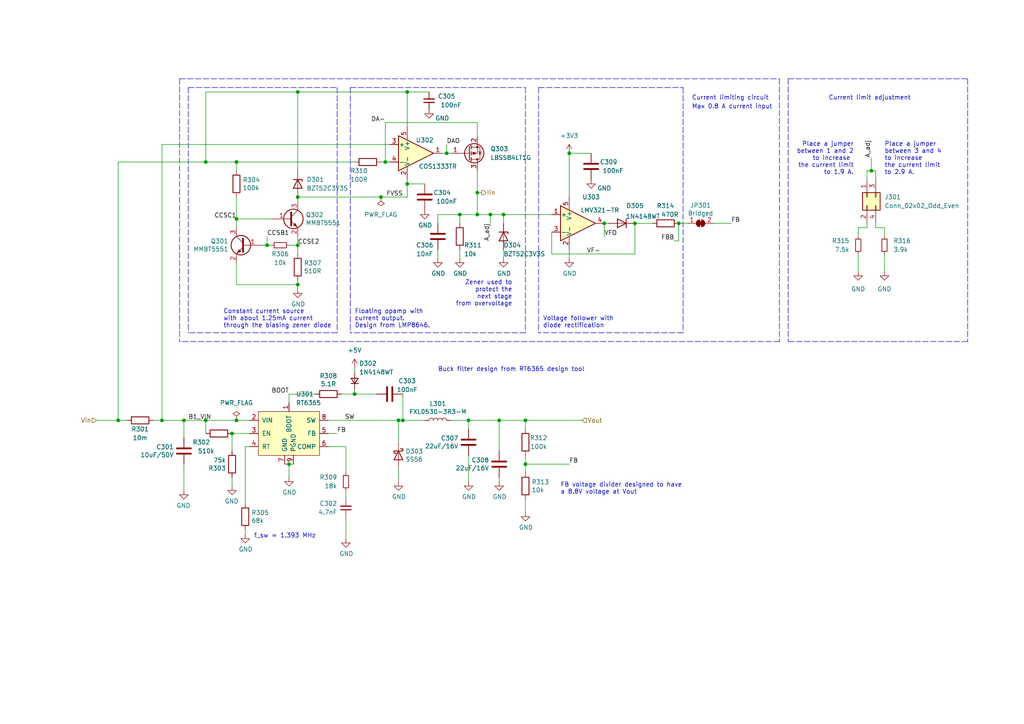
<source format=kicad_sch>
(kicad_sch (version 20211123) (generator eeschema)
  (paper "A4")
  (title_block (title "Sailor Hat for Raspberry Pi") (date "2022-10-14") (rev "v2.0.0-alpha") (company "Hat Labs Ltd") (comment 1 "https://creativecommons.org/licenses/by/4.0") (comment 2 "To view a copy of this license, visit ") (comment 3 "Sailor Hat for Raspberry Pi is licensed under CC BY 4.0."))
  (lib_symbols
    (symbol "Amplifier_Operational:LMV321" (pin_names (offset 0.127))
      (property "Reference" "U" (at 0 5.08 0))
      (property "Value" "LMV321" (at 0 -5.08 0))
      (symbol "LMV321_0_1"
        (polyline (pts (xy -5.08 5.08) (xy 5.08 0) (xy -5.08 -5.08) (xy -5.08 5.08)) (stroke (width 0.254)) (fill (type background)))
        (pin power_in line (at -2.54 -7.62 90) (length 3.81) (name "V-") (number "2"))
        (pin power_in line (at -2.54 7.62 270) (length 3.81) (name "V+") (number "5"))
      )
      (symbol "LMV321_1_1"
        (pin input line (at -7.62 2.54 0) (length 2.54) (name "+") (number "1"))
        (pin input line (at -7.62 -2.54 0) (length 2.54) (name "-") (number "3"))
        (pin output line (at 7.62 0 180) (length 2.54) (name "~") (number "4"))
      )
    )
    (symbol "Connector_Generic:Conn_02x02_Odd_Even" (pin_names (offset 1.016) hide)
      (property "Reference" "J" (at 1.27 2.54 0))
      (property "Value" "Conn_02x02_Odd_Even" (at 1.27 -5.08 0))
      (symbol "Conn_02x02_Odd_Even_1_1"
        (rectangle (start -1.27 -2.413) (end 0 -2.667) (stroke (width 0.1524)))
        (rectangle (start -1.27 0.127) (end 0 -0.127) (stroke (width 0.1524)))
        (rectangle (start -1.27 1.27) (end 3.81 -3.81) (stroke (width 0.254)) (fill (type background)))
        (rectangle (start 3.81 -2.413) (end 2.54 -2.667) (stroke (width 0.1524)))
        (rectangle (start 3.81 0.127) (end 2.54 -0.127) (stroke (width 0.1524)))
        (pin passive line (at -5.08 0 0) (length 3.81) (name "Pin_1") (number "1"))
        (pin passive line (at 7.62 0 180) (length 3.81) (name "Pin_2") (number "2"))
        (pin passive line (at -5.08 -2.54 0) (length 3.81) (name "Pin_3") (number "3"))
        (pin passive line (at 7.62 -2.54 180) (length 3.81) (name "Pin_4") (number "4"))
      )
    )
    (symbol "Device:C" (pin_numbers hide) (pin_names (offset 0.254))
      (property "Reference" "C" (at 0.635 2.54 0))
      (property "Value" "C" (at 0.635 -2.54 0))
      (symbol "C_0_1"
        (polyline (pts (xy -2.032 -0.762) (xy 2.032 -0.762)) (stroke (width 0.508)))
        (polyline (pts (xy -2.032 0.762) (xy 2.032 0.762)) (stroke (width 0.508)))
      )
      (symbol "C_1_1"
        (pin passive line (at 0 3.81 270) (length 2.794) (name "~") (number "1"))
        (pin passive line (at 0 -3.81 90) (length 2.794) (name "~") (number "2"))
      )
    )
    (symbol "Device:C_Small" (pin_numbers hide) (pin_names (offset 0.254) hide)
      (property "Reference" "C" (at 0.254 1.778 0))
      (property "Value" "C_Small" (at 0.254 -2.032 0))
      (symbol "C_Small_0_1"
        (polyline (pts (xy -1.524 -0.508) (xy 1.524 -0.508)) (stroke (width 0.3302)))
        (polyline (pts (xy -1.524 0.508) (xy 1.524 0.508)) (stroke (width 0.3048)))
      )
      (symbol "C_Small_1_1"
        (pin passive line (at 0 2.54 270) (length 2.032) (name "~") (number "1"))
        (pin passive line (at 0 -2.54 90) (length 2.032) (name "~") (number "2"))
      )
    )
    (symbol "Device:D" (pin_numbers hide) (pin_names (offset 1.016) hide)
      (property "Reference" "D" (at 0 2.54 0))
      (property "Value" "D" (at 0 -2.54 0))
      (symbol "D_0_1"
        (polyline (pts (xy -1.27 1.27) (xy -1.27 -1.27)) (stroke (width 0.254)))
        (polyline (pts (xy 1.27 0) (xy -1.27 0)))
        (polyline (pts (xy 1.27 1.27) (xy 1.27 -1.27) (xy -1.27 0) (xy 1.27 1.27)) (stroke (width 0.254)))
      )
      (symbol "D_1_1"
        (pin passive line (at -3.81 0 0) (length 2.54) (name "K") (number "1"))
        (pin passive line (at 3.81 0 180) (length 2.54) (name "A") (number "2"))
      )
    )
    (symbol "Device:D_Schottky" (pin_numbers hide) (pin_names (offset 1.016) hide)
      (property "Reference" "D" (at 0 2.54 0))
      (property "Value" "D_Schottky" (at 0 -2.54 0))
      (symbol "D_Schottky_0_1"
        (polyline (pts (xy 1.27 0) (xy -1.27 0)))
        (polyline (pts (xy 1.27 1.27) (xy 1.27 -1.27) (xy -1.27 0) (xy 1.27 1.27)) (stroke (width 0.254)))
        (polyline (pts (xy -1.905 0.635) (xy -1.905 1.27) (xy -1.27 1.27) (xy -1.27 -1.27) (xy -0.635 -1.27) (xy -0.635 -0.635)) (stroke (width 0.254)))
      )
      (symbol "D_Schottky_1_1"
        (pin passive line (at -3.81 0 0) (length 2.54) (name "K") (number "1"))
        (pin passive line (at 3.81 0 180) (length 2.54) (name "A") (number "2"))
      )
    )
    (symbol "Device:D_Small" (pin_numbers hide) (pin_names (offset 0.254) hide)
      (property "Reference" "D" (at -1.27 2.032 0))
      (property "Value" "D_Small" (at -3.81 -2.032 0))
      (symbol "D_Small_0_1"
        (polyline (pts (xy -0.762 -1.016) (xy -0.762 1.016)) (stroke (width 0.254)))
        (polyline (pts (xy -0.762 0) (xy 0.762 0)))
        (polyline (pts (xy 0.762 -1.016) (xy -0.762 0) (xy 0.762 1.016) (xy 0.762 -1.016)) (stroke (width 0.254)))
      )
      (symbol "D_Small_1_1"
        (pin passive line (at -2.54 0 0) (length 1.778) (name "K") (number "1"))
        (pin passive line (at 2.54 0 180) (length 1.778) (name "A") (number "2"))
      )
    )
    (symbol "Device:D_Zener" (pin_numbers hide) (pin_names (offset 1.016) hide)
      (property "Reference" "D" (at 0 2.54 0))
      (property "Value" "D_Zener" (at 0 -2.54 0))
      (symbol "D_Zener_0_1"
        (polyline (pts (xy 1.27 0) (xy -1.27 0)))
        (polyline (pts (xy -1.27 -1.27) (xy -1.27 1.27) (xy -0.762 1.27)) (stroke (width 0.254)))
        (polyline (pts (xy 1.27 -1.27) (xy 1.27 1.27) (xy -1.27 0) (xy 1.27 -1.27)) (stroke (width 0.254)))
      )
      (symbol "D_Zener_1_1"
        (pin passive line (at -3.81 0 0) (length 2.54) (name "K") (number "1"))
        (pin passive line (at 3.81 0 180) (length 2.54) (name "A") (number "2"))
      )
    )
    (symbol "Device:L" (pin_numbers hide) (pin_names (offset 1.016) hide)
      (property "Reference" "L" (at -1.27 0 90))
      (property "Value" "L" (at 1.905 0 90))
      (symbol "L_0_1"
        (arc (start 0 -2.54) (mid 0.635 -1.905) (end 0 -1.27))
        (arc (start 0 -1.27) (mid 0.635 -0.635) (end 0 0))
        (arc (start 0 0) (mid 0.635 0.635) (end 0 1.27))
        (arc (start 0 1.27) (mid 0.635 1.905) (end 0 2.54))
      )
      (symbol "L_1_1"
        (pin passive line (at 0 3.81 270) (length 1.27) (name "1") (number "1"))
        (pin passive line (at 0 -3.81 90) (length 1.27) (name "2") (number "2"))
      )
    )
    (symbol "Device:R" (pin_numbers hide) (pin_names (offset 0))
      (property "Reference" "R" (at 2.032 0 90))
      (property "Value" "R" (at 0 0 90))
      (symbol "R_0_1"
        (rectangle (start -1.016 -2.54) (end 1.016 2.54) (stroke (width 0.254)))
      )
      (symbol "R_1_1"
        (pin passive line (at 0 3.81 270) (length 1.27) (name "~") (number "1"))
        (pin passive line (at 0 -3.81 90) (length 1.27) (name "~") (number "2"))
      )
    )
    (symbol "Device:R_Small" (pin_numbers hide) (pin_names (offset 0.254) hide)
      (property "Reference" "R" (at 0.762 0.508 0))
      (property "Value" "R_Small" (at 0.762 -1.016 0))
      (symbol "R_Small_0_1"
        (rectangle (start -0.762 1.778) (end 0.762 -1.778) (stroke (width 0.2032)))
      )
      (symbol "R_Small_1_1"
        (pin passive line (at 0 2.54 270) (length 0.762) (name "~") (number "1"))
        (pin passive line (at 0 -2.54 90) (length 0.762) (name "~") (number "2"))
      )
    )
    (symbol "Jumper:SolderJumper_2_Bridged" (pin_names (offset 0) hide)
      (property "Reference" "JP" (at 0 2.032 0))
      (property "Value" "SolderJumper_2_Bridged" (at 0 -2.54 0))
      (symbol "SolderJumper_2_Bridged_0_1"
        (rectangle (start -0.508 0.508) (end 0.508 -0.508) (fill (type outline)))
        (arc (start -0.254 1.016) (mid -1.27 0) (end -0.254 -1.016))
        (arc (start -0.254 1.016) (mid -1.27 0) (end -0.254 -1.016) (fill (type outline)))
        (polyline (pts (xy -0.254 1.016) (xy -0.254 -1.016)))
        (polyline (pts (xy 0.254 1.016) (xy 0.254 -1.016)))
        (arc (start 0.254 -1.016) (mid 1.27 0) (end 0.254 1.016))
        (arc (start 0.254 -1.016) (mid 1.27 0) (end 0.254 1.016) (fill (type outline)))
      )
      (symbol "SolderJumper_2_Bridged_1_1"
        (pin passive line (at -3.81 0 0) (length 2.54) (name "A") (number "1"))
        (pin passive line (at 3.81 0 180) (length 2.54) (name "B") (number "2"))
      )
    )
    (symbol "SH-RPi:COS1333" (pin_names (offset 0.127))
      (property "Reference" "U" (at 0 5.08 0))
      (property "Value" "COS1333" (at 0 -5.08 0))
      (symbol "COS1333_0_1"
        (polyline (pts (xy -5.08 5.08) (xy 5.08 0) (xy -5.08 -5.08) (xy -5.08 5.08)) (stroke (width 0.254)) (fill (type background)))
        (pin power_in line (at -2.54 -7.62 90) (length 3.81) (name "V-") (number "2"))
        (pin power_in line (at -2.54 7.62 270) (length 3.81) (name "V+") (number "5"))
      )
      (symbol "COS1333_1_1"
        (pin output line (at 7.62 0 180) (length 2.54) (name "~") (number "1"))
        (pin input line (at -7.62 2.54 0) (length 2.54) (name "+") (number "3"))
        (pin input line (at -7.62 -2.54 0) (length 2.54) (name "-") (number "4"))
      )
    )
    (symbol "SH-RPi:RT6365" (pin_names (offset 1.016))
      (property "Reference" "U" (at 2.54 10.16 0))
      (property "Value" "RT6365" (at 2.54 7.62 0))
      (symbol "RT6365_0_1"
        (rectangle (start -8.89 6.35) (end 8.89 -6.35) (fill (type background)))
      )
      (symbol "RT6365_1_1"
        (pin input line (at 0 8.89 270) (length 2.54) (name "BOOT") (number "1"))
        (pin power_in line (at -11.43 3.81 0) (length 2.54) (name "VIN") (number "2"))
        (pin input line (at -11.43 0 0) (length 2.54) (name "EN") (number "3"))
        (pin input line (at -11.43 -3.81 0) (length 2.54) (name "RT") (number "4"))
        (pin input line (at 11.43 0 180) (length 2.54) (name "FB") (number "5"))
        (pin output line (at 11.43 -3.81 180) (length 2.54) (name "COMP") (number "6"))
        (pin power_in line (at -1.27 -8.89 90) (length 2.54) (name "GND") (number "7"))
        (pin power_out line (at 11.43 3.81 180) (length 2.54) (name "SW") (number "8"))
        (pin power_in line (at 1.27 -8.89 90) (length 2.54) (name "PGND") (number "9"))
      )
    )
    (symbol "Transistor_BJT:MMBT5551L" (pin_names (offset 0) hide)
      (property "Reference" "Q" (at 5.08 1.905 0))
      (property "Value" "MMBT5551L" (at 5.08 0 0))
      (symbol "MMBT5551L_0_1"
        (polyline (pts (xy 0.635 0.635) (xy 2.54 2.54)))
        (polyline (pts (xy 0.635 -0.635) (xy 2.54 -2.54) (xy 2.54 -2.54)))
        (polyline (pts (xy 0.635 1.905) (xy 0.635 -1.905) (xy 0.635 -1.905)) (stroke (width 0.508)))
        (polyline (pts (xy 1.27 -1.778) (xy 1.778 -1.27) (xy 2.286 -2.286) (xy 1.27 -1.778) (xy 1.27 -1.778)) (fill (type outline)))
        (circle (center 1.27 0) (radius 2.8194) (stroke (width 0.254)))
      )
      (symbol "MMBT5551L_1_1"
        (pin input line (at -5.08 0 0) (length 5.715) (name "B") (number "1"))
        (pin passive line (at 2.54 -5.08 90) (length 2.54) (name "E") (number "2"))
        (pin passive line (at 2.54 5.08 270) (length 2.54) (name "C") (number "3"))
      )
    )
    (symbol "Transistor_FET:BSS84" (pin_names hide)
      (property "Reference" "Q" (at 5.08 1.905 0))
      (property "Value" "BSS84" (at 5.08 0 0))
      (symbol "BSS84_0_1"
        (polyline (pts (xy 0.254 0) (xy -2.54 0)))
        (polyline (pts (xy 0.254 1.905) (xy 0.254 -1.905)) (stroke (width 0.254)))
        (polyline (pts (xy 0.762 -1.27) (xy 0.762 -2.286)) (stroke (width 0.254)))
        (polyline (pts (xy 0.762 0.508) (xy 0.762 -0.508)) (stroke (width 0.254)))
        (polyline (pts (xy 0.762 2.286) (xy 0.762 1.27)) (stroke (width 0.254)))
        (polyline (pts (xy 2.54 2.54) (xy 2.54 1.778)))
        (polyline (pts (xy 2.54 -2.54) (xy 2.54 0) (xy 0.762 0)))
        (polyline (pts (xy 0.762 1.778) (xy 3.302 1.778) (xy 3.302 -1.778) (xy 0.762 -1.778)))
        (polyline (pts (xy 2.286 0) (xy 1.27 0.381) (xy 1.27 -0.381) (xy 2.286 0)) (fill (type outline)))
        (polyline (pts (xy 2.794 -0.508) (xy 2.921 -0.381) (xy 3.683 -0.381) (xy 3.81 -0.254)))
        (polyline (pts (xy 3.302 -0.381) (xy 2.921 0.254) (xy 3.683 0.254) (xy 3.302 -0.381)))
        (circle (center 1.651 0) (radius 2.794) (stroke (width 0.254)))
        (circle (center 2.54 -1.778) (radius 0.254) (fill (type outline)))
        (circle (center 2.54 1.778) (radius 0.254) (fill (type outline)))
      )
      (symbol "BSS84_1_1"
        (pin input line (at -5.08 0 0) (length 2.54) (name "G") (number "1"))
        (pin passive line (at 2.54 -5.08 90) (length 2.54) (name "S") (number "2"))
        (pin passive line (at 2.54 5.08 270) (length 2.54) (name "D") (number "3"))
      )
    )
    (symbol "power:+3V3" (power) (pin_names (offset 0))
      (property "Value" "+3V3" (at 0 3.556 0))
      (symbol "+3V3_0_1"
        (polyline (pts (xy -0.762 1.27) (xy 0 2.54)))
        (polyline (pts (xy 0 0) (xy 0 2.54)))
        (polyline (pts (xy 0 2.54) (xy 0.762 1.27)))
      )
      (symbol "+3V3_1_1"
        (pin power_in line (at 0 0 90) (length 0) hide (name "+3V3") (number "1"))
      )
    )
    (symbol "power:+5V" (power) (pin_names (offset 0))
      (property "Value" "+5V" (at 0 3.556 0))
      (symbol "+5V_0_1"
        (polyline (pts (xy -0.762 1.27) (xy 0 2.54)))
        (polyline (pts (xy 0 0) (xy 0 2.54)))
        (polyline (pts (xy 0 2.54) (xy 0.762 1.27)))
      )
      (symbol "+5V_1_1"
        (pin power_in line (at 0 0 90) (length 0) hide (name "+5V") (number "1"))
      )
    )
    (symbol "power:GND" (power) (pin_names (offset 0))
      (property "Value" "GND" (at 0 -3.81 0))
      (symbol "GND_0_1"
        (polyline (pts (xy 0 0) (xy 0 -1.27) (xy 1.27 -1.27) (xy 0 -2.54) (xy -1.27 -1.27) (xy 0 -1.27)))
      )
      (symbol "GND_1_1"
        (pin power_in line (at 0 0 270) (length 0) hide (name "GND") (number "1"))
      )
    )
    (symbol "power:PWR_FLAG" (power) (pin_numbers hide) (pin_names (offset 0) hide)
      (property "Value" "PWR_FLAG" (at 0 3.81 0))
      (symbol "PWR_FLAG_0_0"
        (pin power_out line (at 0 0 90) (length 0) (name "pwr") (number "1"))
      )
      (symbol "PWR_FLAG_0_1"
        (polyline (pts (xy 0 0) (xy 0 1.27) (xy -1.016 1.905) (xy 0 2.54) (xy 1.016 1.905) (xy 0 1.27)))
      )
    )
  )
  (junction (at 152.4 121.92))
  (junction (at 138.43 55.88))
  (junction (at 86.36 26.67))
  (junction (at 196.85 64.77))
  (junction (at 68.58 46.99))
  (junction (at 68.58 121.92))
  (junction (at 46.99 121.92))
  (junction (at 110.49 57.15))
  (junction (at 144.78 121.92))
  (junction (at 59.69 46.99))
  (junction (at 67.31 125.73))
  (junction (at 77.47 71.12))
  (junction (at 142.24 62.23))
  (junction (at 133.35 62.23))
  (junction (at 138.43 62.23))
  (junction (at 115.57 121.92))
  (junction (at 34.29 121.92))
  (junction (at 83.82 134.62))
  (junction (at 116.84 121.92))
  (junction (at 175.26 64.77))
  (junction (at 165.1 44.45))
  (junction (at 111.76 46.99))
  (junction (at 146.05 62.23))
  (junction (at 86.36 82.55))
  (junction (at 135.89 121.92))
  (junction (at 184.15 64.77))
  (junction (at 68.58 63.5))
  (junction (at 59.69 121.92))
  (junction (at 102.87 114.3))
  (junction (at 118.11 26.67))
  (junction (at 152.4 134.62))
  (junction (at 118.11 53.34))
  (junction (at 86.36 57.15))
  (junction (at 129.54 44.45))
  (junction (at 252.73 49.53))
  (junction (at 86.36 71.12))
  (junction (at 53.34 121.92))
  (wire (pts (xy 184.15 64.77) (xy 184.15 73.66)))
  (wire (pts (xy 59.69 121.92) (xy 59.69 125.73)))
  (wire (pts (xy 34.29 46.99) (xy 34.29 121.92)))
  (polyline (pts (xy 152.4 25.4) (xy 152.4 96.52)))
  (wire (pts (xy 138.43 49.53) (xy 138.43 55.88)))
  (wire (pts (xy 142.24 62.23) (xy 146.05 62.23)))
  (wire (pts (xy 138.43 35.56) (xy 138.43 39.37)))
  (wire (pts (xy 102.87 106.68) (xy 102.87 107.95)))
  (wire (pts (xy 100.33 142.24) (xy 100.33 144.78)))
  (wire (pts (xy 67.31 125.73) (xy 67.31 130.81)))
  (wire (pts (xy 110.49 57.15) (xy 118.11 57.15)))
  (wire (pts (xy 68.58 121.92) (xy 72.39 121.92)))
  (wire (pts (xy 251.46 49.53) (xy 252.73 49.53)))
  (wire (pts (xy 53.34 134.62) (xy 53.34 142.24)))
  (wire (pts (xy 118.11 26.67) (xy 86.36 26.67)))
  (wire (pts (xy 27.94 121.92) (xy 34.29 121.92)))
  (wire (pts (xy 68.58 76.2) (xy 68.58 82.55)))
  (wire (pts (xy 71.12 146.05) (xy 71.12 129.54)))
  (polyline (pts (xy 156.21 25.4) (xy 198.12 25.4)))
  (wire (pts (xy 115.57 121.92) (xy 116.84 121.92)))
  (wire (pts (xy 68.58 57.15) (xy 68.58 63.5)))
  (wire (pts (xy 248.92 68.58) (xy 248.92 66.04)))
  (wire (pts (xy 256.54 66.04) (xy 256.54 68.58)))
  (wire (pts (xy 115.57 135.89) (xy 115.57 139.7)))
  (wire (pts (xy 127 72.39) (xy 127 74.93)))
  (wire (pts (xy 102.87 113.03) (xy 102.87 114.3)))
  (wire (pts (xy 77.47 71.12) (xy 76.2 71.12)))
  (wire (pts (xy 146.05 62.23) (xy 160.02 62.23)))
  (wire (pts (xy 138.43 62.23) (xy 142.24 62.23)))
  (wire (pts (xy 71.12 154.94) (xy 71.12 153.67)))
  (wire (pts (xy 138.43 55.88) (xy 139.7 55.88)))
  (wire (pts (xy 184.15 73.66) (xy 160.02 73.66)))
  (polyline (pts (xy 226.06 22.86) (xy 226.06 99.06)))
  (polyline (pts (xy 280.67 99.06) (xy 228.6 99.06)))
  (wire (pts (xy 100.33 129.54) (xy 95.25 129.54)))
  (wire (pts (xy 152.4 134.62) (xy 165.1 134.62)))
  (polyline (pts (xy 54.61 25.4) (xy 97.79 25.4)))
  (polyline (pts (xy 97.79 25.4) (xy 97.79 96.52)))
  (wire (pts (xy 146.05 64.77) (xy 146.05 62.23)))
  (polyline (pts (xy 152.4 96.52) (xy 101.6 96.52)))
  (wire (pts (xy 68.58 63.5) (xy 68.58 66.04)))
  (polyline (pts (xy 198.12 25.4) (xy 198.12 96.52)))
  (wire (pts (xy 129.54 41.91) (xy 129.54 44.45)))
  (wire (pts (xy 86.36 57.15) (xy 86.36 58.42)))
  (wire (pts (xy 144.78 130.81) (xy 144.78 121.92)))
  (wire (pts (xy 83.82 71.12) (xy 86.36 71.12)))
  (wire (pts (xy 86.36 71.12) (xy 86.36 68.58)))
  (wire (pts (xy 135.89 132.08) (xy 135.89 139.7)))
  (wire (pts (xy 248.92 66.04) (xy 251.46 66.04)))
  (wire (pts (xy 67.31 138.43) (xy 67.31 140.97)))
  (wire (pts (xy 152.4 148.59) (xy 152.4 144.78)))
  (polyline (pts (xy 228.6 22.86) (xy 280.67 22.86)))
  (wire (pts (xy 146.05 72.39) (xy 146.05 74.93)))
  (wire (pts (xy 118.11 53.34) (xy 118.11 57.15)))
  (wire (pts (xy 144.78 121.92) (xy 152.4 121.92)))
  (wire (pts (xy 254 49.53) (xy 254 52.07)))
  (polyline (pts (xy 226.06 99.06) (xy 52.07 99.06)))
  (polyline (pts (xy 52.07 22.86) (xy 52.07 99.06)))
  (wire (pts (xy 256.54 73.66) (xy 256.54 78.74)))
  (wire (pts (xy 111.76 46.99) (xy 113.03 46.99)))
  (wire (pts (xy 175.26 64.77) (xy 176.53 64.77)))
  (wire (pts (xy 59.69 121.92) (xy 68.58 121.92)))
  (wire (pts (xy 68.58 63.5) (xy 78.74 63.5)))
  (wire (pts (xy 83.82 114.3) (xy 83.82 116.84)))
  (wire (pts (xy 115.57 128.27) (xy 115.57 121.92)))
  (wire (pts (xy 97.79 125.73) (xy 95.25 125.73)))
  (wire (pts (xy 175.26 64.77) (xy 175.26 68.58)))
  (wire (pts (xy 252.73 49.53) (xy 254 49.53)))
  (wire (pts (xy 207.01 64.77) (xy 212.09 64.77)))
  (wire (pts (xy 133.35 62.23) (xy 133.35 64.77)))
  (wire (pts (xy 83.82 114.3) (xy 91.44 114.3)))
  (wire (pts (xy 152.4 134.62) (xy 152.4 137.16)))
  (wire (pts (xy 78.74 71.12) (xy 77.47 71.12)))
  (wire (pts (xy 128.27 44.45) (xy 129.54 44.45)))
  (wire (pts (xy 59.69 26.67) (xy 59.69 46.99)))
  (wire (pts (xy 34.29 121.92) (xy 36.83 121.92)))
  (wire (pts (xy 195.58 69.85) (xy 196.85 69.85)))
  (wire (pts (xy 144.78 138.43) (xy 144.78 139.7)))
  (wire (pts (xy 86.36 26.67) (xy 86.36 49.53)))
  (wire (pts (xy 86.36 26.67) (xy 59.69 26.67)))
  (wire (pts (xy 165.1 44.45) (xy 165.1 57.15)))
  (wire (pts (xy 248.92 73.66) (xy 248.92 78.74)))
  (wire (pts (xy 71.12 129.54) (xy 72.39 129.54)))
  (wire (pts (xy 46.99 41.91) (xy 46.99 121.92)))
  (wire (pts (xy 86.36 82.55) (xy 86.36 83.82)))
  (wire (pts (xy 110.49 46.99) (xy 111.76 46.99)))
  (wire (pts (xy 130.81 121.92) (xy 135.89 121.92)))
  (wire (pts (xy 68.58 82.55) (xy 86.36 82.55)))
  (wire (pts (xy 129.54 44.45) (xy 130.81 44.45)))
  (wire (pts (xy 77.47 68.58) (xy 77.47 71.12)))
  (wire (pts (xy 133.35 62.23) (xy 127 62.23)))
  (polyline (pts (xy 280.67 22.86) (xy 280.67 99.06)))
  (wire (pts (xy 109.22 114.3) (xy 102.87 114.3)))
  (wire (pts (xy 34.29 46.99) (xy 59.69 46.99)))
  (polyline (pts (xy 228.6 22.86) (xy 228.6 99.06)))
  (wire (pts (xy 135.89 124.46) (xy 135.89 121.92)))
  (wire (pts (xy 100.33 149.86) (xy 100.33 156.21)))
  (wire (pts (xy 254 66.04) (xy 256.54 66.04)))
  (wire (pts (xy 127 62.23) (xy 127 64.77)))
  (wire (pts (xy 251.46 52.07) (xy 251.46 49.53)))
  (wire (pts (xy 138.43 62.23) (xy 133.35 62.23)))
  (wire (pts (xy 133.35 72.39) (xy 133.35 74.93)))
  (wire (pts (xy 100.33 129.54) (xy 100.33 137.16)))
  (wire (pts (xy 83.82 138.43) (xy 83.82 134.62)))
  (wire (pts (xy 82.55 134.62) (xy 83.82 134.62)))
  (wire (pts (xy 251.46 64.77) (xy 251.46 66.04)))
  (wire (pts (xy 142.24 62.23) (xy 142.24 64.77)))
  (wire (pts (xy 116.84 114.3) (xy 116.84 121.92)))
  (wire (pts (xy 118.11 53.34) (xy 123.19 53.34)))
  (wire (pts (xy 102.87 114.3) (xy 99.06 114.3)))
  (wire (pts (xy 67.31 125.73) (xy 72.39 125.73)))
  (wire (pts (xy 152.4 132.08) (xy 152.4 134.62)))
  (wire (pts (xy 53.34 127) (xy 53.34 121.92)))
  (polyline (pts (xy 52.07 22.86) (xy 226.06 22.86)))
  (polyline (pts (xy 156.21 25.4) (xy 156.21 96.52)))
  (wire (pts (xy 160.02 73.66) (xy 160.02 67.31)))
  (wire (pts (xy 111.76 35.56) (xy 138.43 35.56)))
  (wire (pts (xy 111.76 35.56) (xy 111.76 46.99)))
  (polyline (pts (xy 101.6 25.4) (xy 152.4 25.4)))
  (wire (pts (xy 95.25 121.92) (xy 115.57 121.92)))
  (wire (pts (xy 83.82 134.62) (xy 85.09 134.62)))
  (wire (pts (xy 184.15 64.77) (xy 189.23 64.77)))
  (wire (pts (xy 118.11 53.34) (xy 118.11 52.07)))
  (wire (pts (xy 171.45 44.45) (xy 165.1 44.45)))
  (wire (pts (xy 86.36 57.15) (xy 110.49 57.15)))
  (wire (pts (xy 116.84 121.92) (xy 123.19 121.92)))
  (wire (pts (xy 254 64.77) (xy 254 66.04)))
  (wire (pts (xy 46.99 41.91) (xy 113.03 41.91)))
  (polyline (pts (xy 97.79 96.52) (xy 54.61 96.52)))
  (wire (pts (xy 152.4 124.46) (xy 152.4 121.92)))
  (wire (pts (xy 53.34 121.92) (xy 59.69 121.92)))
  (wire (pts (xy 152.4 121.92) (xy 168.91 121.92)))
  (wire (pts (xy 44.45 121.92) (xy 46.99 121.92)))
  (wire (pts (xy 196.85 64.77) (xy 199.39 64.77)))
  (polyline (pts (xy 101.6 25.4) (xy 101.6 96.52)))
  (wire (pts (xy 165.1 72.39) (xy 165.1 74.93)))
  (polyline (pts (xy 54.61 25.4) (xy 54.61 96.52)))
  (wire (pts (xy 196.85 69.85) (xy 196.85 64.77)))
  (wire (pts (xy 135.89 121.92) (xy 144.78 121.92)))
  (wire (pts (xy 46.99 121.92) (xy 53.34 121.92)))
  (wire (pts (xy 86.36 81.28) (xy 86.36 82.55)))
  (wire (pts (xy 86.36 71.12) (xy 86.36 73.66)))
  (wire (pts (xy 118.11 26.67) (xy 124.46 26.67)))
  (wire (pts (xy 138.43 55.88) (xy 138.43 62.23)))
  (wire (pts (xy 118.11 26.67) (xy 118.11 36.83)))
  (wire (pts (xy 68.58 46.99) (xy 102.87 46.99)))
  (wire (pts (xy 59.69 46.99) (xy 68.58 46.99)))
  (wire (pts (xy 252.73 45.72) (xy 252.73 49.53)))
  (polyline (pts (xy 198.12 96.52) (xy 156.21 96.52)))
  (wire (pts (xy 68.58 46.99) (xy 68.58 49.53)))
  (text "Voltage follower with \ndiode rectification" (at 157.48 95.25 0) (effects (font (size 1.27 1.27)) (justify left bottom)))
  (text "Constant current source\nwith about 1.25mA current\nthrough the biasing zener diode" (at 64.77 95.25 0) (effects (font (size 1.27 1.27)) (justify left bottom)))
  (text "f_sw = 1.393 MHz" (at 73.66 156.21 0) (effects (font (size 1.27 1.27)) (justify left bottom)))
  (text "Place a jumper\nbetween 1 and 2\nto increase \nthe current limit\nto 1.9 A." (at 247.65 50.8 180) (effects (font (size 1.27 1.27)) (justify right bottom)))
  (text "Place a jumper\nbetween 3 and 4\nto increase \nthe current limit\nto 2.9 A." (at 256.54 50.8 0) (effects (font (size 1.27 1.27)) (justify left bottom)))
  (text "Zener used to\nprotect the\nnext stage\nfrom overvoltage" (at 148.59 88.9 180) (effects (font (size 1.27 1.27)) (justify right bottom)))
  (text "FB voltage divider designed to have\na 8.8V voltage at Vout" (at 162.56 143.51 0) (effects (font (size 1.27 1.27)) (justify left bottom)))
  (text "Buck filter design from RT6365 design tool" (at 127 107.95 0) (effects (font (size 1.27 1.27)) (justify left bottom)))
  (text "Max 0.8 A current input" (at 200.66 31.75 0) (effects (font (size 1.27 1.27)) (justify left bottom)))
  (text "Current limit adjustment" (at 264.16 29.21 180) (effects (font (size 1.27 1.27)) (justify right bottom)))
  (text "Floating opamp with\ncurrent output.\nDesign from LMP8646." (at 102.87 95.25 0) (effects (font (size 1.27 1.27)) (justify left bottom)))
  (text "Current limiting circuit" (at 200.66 29.21 0) (effects (font (size 1.27 1.27)) (justify left bottom)))
  (label "VF-" (at 170.18 73.66 0))
  (label "FB" (at 97.79 125.73 0))
  (label "SW" (at 102.87 121.92 180))
  (label "A_adj" (at 252.73 45.72 90))
  (label "DA-" (at 111.76 35.56 180))
  (label "CCSC1" (at 68.58 63.5 180))
  (label "FVSS" (at 116.84 57.15 180))
  (label "DAO" (at 129.54 41.91 0))
  (label "BOOT" (at 83.82 114.3 180))
  (label "CCSB1" (at 77.47 68.58 0))
  (label "CCSE2" (at 86.36 71.12 0))
  (label "FB" (at 165.1 134.62 0))
  (label "FB" (at 212.09 64.77 0))
  (label "A_adj" (at 142.24 64.77 270))
  (label "B1_VIN" (at 54.61 121.92 0))
  (label "FBB" (at 195.58 69.85 180))
  (label "VFO" (at 175.26 68.58 0))
  (hierarchical_label "Vin" (shape input) (at 27.94 121.92 180))
  (hierarchical_label "Vout" (shape input) (at 168.91 121.92 0))
  (hierarchical_label "Iin" (shape output) (at 139.7 55.88 0))
  (symbol (lib_id "Device:C") (at 113.03 114.3 270) (unit 1)
    (property "Reference" "C303" (at 118.11 110.49 90))
    (property "Value" "100nF" (at 118.11 113.03 90))
    (property "Footprint" "Capacitor_SMD:C_0603_1608Metric" (effects hide))
    (property "LCSC" "C14663" (effects hide))
  )
  (symbol (lib_id "Device:L") (at 127 121.92 90) (unit 1)
    (property "Reference" "L301" (at 127 117.094 90))
    (property "Value" "FXL0530-3R3-M" (at 127 119.4054 90))
    (property "Footprint" "SH-RPi:L_MWSA0503S" (effects hide))
    (property "LCSC" "C475518" (effects hide))
  )
  (symbol (lib_id "Device:C") (at 135.89 128.27 0) (mirror y) (unit 1)
    (property "Reference" "C307" (at 132.969 127.1016 0) (effects (justify left)))
    (property "Value" "22uF/16V" (at 132.969 129.413 0) (effects (justify left)))
    (property "Footprint" "Capacitor_SMD:C_0805_2012Metric" (effects hide))
    (property "Notes" "Min 16V" (effects hide))
    (property "LCSC" "C98190" (effects hide))
  )
  (symbol (lib_id "Device:R") (at 152.4 140.97 0) (unit 1)
    (property "Reference" "R313" (at 154.178 139.8016 0) (effects (justify left)))
    (property "Value" "10k" (at 154.178 142.113 0) (effects (justify left)))
    (property "Footprint" "Resistor_SMD:R_0402_1005Metric" (effects hide))
    (property "LCSC" "C25744" (effects hide))
  )
  (symbol (lib_id "Device:R") (at 152.4 128.27 0) (unit 1)
    (property "Reference" "R312" (at 156.21 127 0))
    (property "Value" "100k" (at 156.21 129.54 0))
    (property "Footprint" "Resistor_SMD:R_0402_1005Metric" (effects hide))
    (property "LCSC" "C25741" (effects hide))
  )
  (symbol (lib_id "power:GND") (at 135.89 139.7 0) (unit 1)
    (property "Reference" "#PWR0313" (effects hide))
    (property "Value" "GND" (at 136.017 144.0942 0))
  )
  (symbol (lib_id "power:GND") (at 152.4 148.59 0) (unit 1)
    (property "Reference" "#PWR0316" (effects hide))
    (property "Value" "GND" (at 152.527 152.9842 0))
  )
  (symbol (lib_id "power:GND") (at 71.12 154.94 0) (unit 1)
    (property "Reference" "#PWR0303" (effects hide))
    (property "Value" "GND" (at 71.247 159.3342 0))
  )
  (symbol (lib_id "Device:R") (at 40.64 121.92 270) (unit 1)
    (property "Reference" "R301" (at 40.64 124.46 90))
    (property "Value" "10m" (at 40.64 127 90))
    (property "Footprint" "Resistor_SMD:R_1206_3216Metric" (effects hide))
    (property "LCSC" "C105362" (effects hide))
  )
  (symbol (lib_id "Device:D") (at 180.34 64.77 180) (unit 1)
    (property "Reference" "D305" (at 181.61 59.69 0) (effects (justify right)))
    (property "Value" "1N4148WT" (at 181.483 62.7634 0) (effects (justify right)))
    (property "Footprint" "Diode_SMD:D_SOD-523" (effects hide))
    (property "LCSC" "C414017" (effects hide))
  )
  (symbol (lib_id "Device:C") (at 171.45 48.26 0) (mirror x) (unit 1)
    (property "Reference" "C309" (at 176.53 46.99 0))
    (property "Value" "100nF" (at 177.8 49.53 0))
    (property "Footprint" "Capacitor_SMD:C_0402_1005Metric" (effects hide))
    (property "LCSC" "C1525" (effects hide))
  )
  (symbol (lib_id "power:GND") (at 171.45 52.07 0) (mirror y) (unit 1)
    (property "Reference" "#PWR0319" (effects hide))
    (property "Value" "GND" (at 175.26 54.61 0))
  )
  (symbol (lib_id "Device:C") (at 53.34 130.81 0) (mirror y) (unit 1)
    (property "Reference" "C301" (at 50.419 129.6416 0) (effects (justify left)))
    (property "Value" "10uF/50V" (at 50.419 131.953 0) (effects (justify left)))
    (property "Footprint" "Capacitor_SMD:C_1206_3216Metric" (effects hide))
    (property "LCSC" "C13585" (effects hide))
  )
  (symbol (lib_id "power:GND") (at 53.34 142.24 0) (mirror y) (unit 1)
    (property "Reference" "#PWR0301" (effects hide))
    (property "Value" "GND" (at 53.213 146.6342 0))
  )
  (symbol (lib_id "power:GND") (at 83.82 138.43 0) (unit 1)
    (property "Reference" "#PWR0304" (effects hide))
    (property "Value" "GND" (at 83.947 142.8242 0))
  )
  (symbol (lib_id "Device:R") (at 95.25 114.3 270) (unit 1)
    (property "Reference" "R308" (at 95.25 109.0422 90))
    (property "Value" "5.1R" (at 95.25 111.3536 90))
    (property "Footprint" "Resistor_SMD:R_0603_1608Metric" (effects hide))
    (property "LCSC" "C25197" (effects hide))
  )
  (symbol (lib_id "Device:R") (at 71.12 149.86 0) (unit 1)
    (property "Reference" "R305" (at 72.898 148.6916 0) (effects (justify left)))
    (property "Value" "68k" (at 72.898 151.003 0) (effects (justify left)))
    (property "Footprint" "Resistor_SMD:R_0402_1005Metric" (effects hide))
    (property "LCSC" "C36871" (effects hide))
  )
  (symbol (lib_id "Device:D_Schottky") (at 115.57 132.08 270) (unit 1)
    (property "Reference" "D303" (at 117.602 130.9116 90) (effects (justify left)))
    (property "Value" "SS56" (at 117.602 133.223 90) (effects (justify left)))
    (property "Footprint" "Diode_SMD:D_SMA" (effects hide))
    (property "LCSC" "C65009" (effects hide))
  )
  (symbol (lib_id "power:GND") (at 115.57 139.7 0) (unit 1)
    (property "Reference" "#PWR0308" (effects hide))
    (property "Value" "GND" (at 115.697 144.0942 0))
  )
  (symbol (lib_id "Jumper:SolderJumper_2_Bridged") (at 203.2 64.77 0) (unit 1)
    (property "Reference" "JP301" (at 203.2 59.563 0))
    (property "Value" "Bridged" (at 203.2 61.8744 0))
    (property "Footprint" "Jumper:SolderJumper-2_P1.3mm_Bridged_Pad1.0x1.5mm" (effects hide))
  )
  (symbol (lib_id "power:GND") (at 127 74.93 0) (unit 1)
    (property "Reference" "#PWR0311" (effects hide))
    (property "Value" "GND" (at 127.127 79.3242 0))
  )
  (symbol (lib_id "Device:R") (at 86.36 77.47 0) (unit 1)
    (property "Reference" "R307" (at 88.138 76.3016 0) (effects (justify left)))
    (property "Value" "510R" (at 88.138 78.613 0) (effects (justify left)))
    (property "Footprint" "Resistor_SMD:R_0402_1005Metric" (effects hide))
    (property "LCSC" "C25123" (effects hide))
  )
  (symbol (lib_id "power:+3V3") (at 165.1 44.45 0) (unit 1)
    (property "Reference" "#PWR0317" (effects hide))
    (property "Value" "+3V3" (at 165.1 39.37 0))
  )
  (symbol (lib_id "power:GND") (at 86.36 83.82 0) (unit 1)
    (property "Reference" "#PWR0305" (effects hide))
    (property "Value" "GND" (at 86.487 88.2142 0))
  )
  (symbol (lib_id "SH-RPi:RT6365") (at 83.82 125.73 0) (unit 1)
    (property "Reference" "U301" (at 85.8394 114.3 0) (effects (justify left)))
    (property "Value" "RT6365" (at 85.8394 116.84 0) (effects (justify left)))
    (property "Footprint" "Package_SO:SOIC-8-1EP_3.9x4.9mm_P1.27mm_EP2.41x3.3mm_ThermalVias" (effects hide))
    (property "LCSC" "C3024482" (effects hide))
  )
  (symbol (lib_id "Device:C_Small") (at 124.46 29.21 0) (mirror x) (unit 1)
    (property "Reference" "C305" (at 129.54 27.94 0))
    (property "Value" "100nF" (at 130.81 30.48 0))
    (property "Footprint" "Capacitor_SMD:C_0402_1005Metric" (effects hide))
    (property "LCSC" "C1525" (effects hide))
  )
  (symbol (lib_id "SH-RPi:COS1333") (at 120.65 44.45 0) (unit 1)
    (property "Reference" "U302" (at 123.19 40.64 0))
    (property "Value" "COS1333TR" (at 127 48.26 0))
    (property "Footprint" "Package_TO_SOT_SMD:SOT-23-5" (effects hide))
    (property "LCSC" "C693072" (effects hide))
  )
  (symbol (lib_id "Amplifier_Operational:LMV321") (at 167.64 64.77 0) (unit 1)
    (property "Reference" "U303" (at 171.45 57.15 0))
    (property "Value" "LMV321-TR" (at 173.99 60.96 0))
    (property "Footprint" "Package_TO_SOT_SMD:SOT-23-5" (effects hide))
    (property "Datasheet" "https://datasheet.lcsc.com/lcsc/2206101816_Gainsil-LMV324-SR_C362275.pdf" (effects hide))
    (property "LCSC" "C362273" (effects hide))
  )
  (symbol (lib_id "Device:R") (at 68.58 53.34 0) (unit 1)
    (property "Reference" "R304" (at 70.358 52.1716 0) (effects (justify left)))
    (property "Value" "100k" (at 70.358 54.483 0) (effects (justify left)))
    (property "Footprint" "Resistor_SMD:R_0402_1005Metric" (effects hide))
    (property "LCSC" "C25741" (effects hide))
  )
  (symbol (lib_id "Device:D_Small") (at 102.87 110.49 90) (unit 1)
    (property "Reference" "D302" (at 104.14 105.41 90) (effects (justify right)))
    (property "Value" "1N4148WT" (at 104.14 107.95 90) (effects (justify right)))
    (property "Footprint" "Diode_SMD:D_SOD-523" (effects hide))
    (property "LCSC" "C414017" (effects hide))
  )
  (symbol (lib_id "Device:R_Small") (at 100.33 139.7 0) (mirror x) (unit 1)
    (property "Reference" "R309" (at 97.79 138.4299 0) (effects (justify right)))
    (property "Value" "18k" (at 97.79 140.9699 0) (effects (justify right)))
    (property "Footprint" "Resistor_SMD:R_0402_1005Metric" (effects hide))
    (property "LCSC" "C25762" (effects hide))
  )
  (symbol (lib_id "power:GND") (at 100.33 156.21 0) (unit 1)
    (property "Reference" "#PWR0306" (effects hide))
    (property "Value" "GND" (at 100.457 160.6042 0))
  )
  (symbol (lib_id "power:PWR_FLAG") (at 68.58 121.92 0) (unit 1)
    (property "Reference" "#FLG0301" (effects hide))
    (property "Value" "PWR_FLAG" (at 68.58 116.84 0))
  )
  (symbol (lib_id "Device:D_Zener") (at 86.36 53.34 270) (unit 1)
    (property "Reference" "D301" (at 88.9 52.0699 90) (effects (justify left)))
    (property "Value" "BZT52C3V3S" (at 88.9 54.6099 90) (effects (justify left)))
    (property "Footprint" "Diode_SMD:D_SOD-323" (effects hide))
    (property "LCSC" "C188195" (effects hide))
  )
  (symbol (lib_id "Connector_Generic:Conn_02x02_Odd_Even") (at 251.46 57.15 90) (mirror x) (unit 1)
    (property "Reference" "J301" (at 256.54 57.1499 90) (effects (justify right)))
    (property "Value" "Conn_02x02_Odd_Even" (at 256.54 59.6899 90) (effects (justify right)))
    (property "Footprint" "Connector_PinHeader_2.54mm:PinHeader_2x02_P2.54mm_Vertical" (effects hide))
    (property "LCSC" "C492419" (effects hide))
  )
  (symbol (lib_id "Device:R") (at 67.31 134.62 180) (unit 1)
    (property "Reference" "R303" (at 65.532 135.7884 0) (effects (justify left)))
    (property "Value" "75k" (at 65.532 133.477 0) (effects (justify left)))
    (property "Footprint" "Resistor_SMD:R_0402_1005Metric" (effects hide))
    (property "LCSC" "C25798" (effects hide))
  )
  (symbol (lib_id "Device:R_Small") (at 256.54 71.12 0) (unit 1)
    (property "Reference" "R316" (at 259.08 69.8499 0) (effects (justify left)))
    (property "Value" "3.9k" (at 259.08 72.3899 0) (effects (justify left)))
    (property "Footprint" "Resistor_SMD:R_0402_1005Metric" (effects hide))
    (property "LCSC" "C51721" (effects hide))
  )
  (symbol (lib_id "power:PWR_FLAG") (at 110.49 57.15 180) (unit 1)
    (property "Reference" "#FLG0302" (effects hide))
    (property "Value" "PWR_FLAG" (at 110.49 62.23 0))
  )
  (symbol (lib_id "Device:R") (at 63.5 125.73 90) (unit 1)
    (property "Reference" "R302" (at 60.96 128.27 90) (effects (justify left)))
    (property "Value" "510k" (at 62.23 130.81 90) (effects (justify left)))
    (property "Footprint" "Resistor_SMD:R_0402_1005Metric" (effects hide))
    (property "LCSC" "C11616" (effects hide))
  )
  (symbol (lib_id "Device:R") (at 193.04 64.77 90) (unit 1)
    (property "Reference" "R314" (at 195.58 59.69 90) (effects (justify left)))
    (property "Value" "470R" (at 196.85 62.23 90) (effects (justify left)))
    (property "Footprint" "Resistor_SMD:R_0402_1005Metric" (effects hide))
    (property "LCSC" "C25117" (effects hide))
  )
  (symbol (lib_id "Device:C_Small") (at 100.33 147.32 0) (mirror x) (unit 1)
    (property "Reference" "C302" (at 97.79 146.0435 0) (effects (justify right)))
    (property "Value" "4.7nF" (at 97.79 148.5835 0) (effects (justify right)))
    (property "Footprint" "Capacitor_SMD:C_0402_1005Metric" (effects hide))
    (property "LCSC" "C1538" (effects hide))
  )
  (symbol (lib_id "Device:D_Zener") (at 146.05 68.58 270) (unit 1)
    (property "Reference" "D304" (at 146.05 71.12 90) (effects (justify left)))
    (property "Value" "BZT52C3V3S" (at 146.05 73.66 90) (effects (justify left)))
    (property "Footprint" "Diode_SMD:D_SOD-323" (effects hide))
    (property "LCSC" "C2932762" (effects hide))
  )
  (symbol (lib_id "power:GND") (at 133.35 74.93 0) (unit 1)
    (property "Reference" "#PWR0312" (effects hide))
    (property "Value" "GND" (at 133.477 79.3242 0))
  )
  (symbol (lib_id "power:GND") (at 123.19 60.96 0) (unit 1)
    (property "Reference" "#PWR0309" (effects hide))
    (property "Value" "GND" (at 123.317 65.3542 0))
  )
  (symbol (lib_id "Device:R_Small") (at 248.92 71.12 0) (mirror y) (unit 1)
    (property "Reference" "R315" (at 246.38 69.85 0) (effects (justify left)))
    (property "Value" "7.5k" (at 246.38 72.39 0) (effects (justify left)))
    (property "Footprint" "Resistor_SMD:R_0402_1005Metric" (effects hide))
    (property "LCSC" "C25918" (effects hide))
  )
  (symbol (lib_id "power:GND") (at 124.46 31.75 0) (unit 1)
    (property "Reference" "#PWR0310" (effects hide))
    (property "Value" "GND" (at 128.27 34.29 0))
  )
  (symbol (lib_id "Device:R") (at 133.35 68.58 0) (unit 1)
    (property "Reference" "R311" (at 134.62 71.12 0) (effects (justify left)))
    (property "Value" "10k" (at 134.62 73.66 0) (effects (justify left)))
    (property "Footprint" "Resistor_SMD:R_0402_1005Metric" (effects hide))
    (property "LCSC" "C25744" (effects hide))
  )
  (symbol (lib_id "Device:C") (at 127 68.58 180) (unit 1)
    (property "Reference" "C306" (at 123.19 71.12 0))
    (property "Value" "10nF" (at 123.19 73.66 0))
    (property "Footprint" "Capacitor_SMD:C_0402_1005Metric" (effects hide))
    (property "LCSC" "C15195" (effects hide))
  )
  (symbol (lib_id "Device:C") (at 144.78 134.62 0) (mirror y) (unit 1)
    (property "Reference" "C308" (at 141.859 133.4516 0) (effects (justify left)))
    (property "Value" "22uF/16V" (at 141.859 135.763 0) (effects (justify left)))
    (property "Footprint" "Capacitor_SMD:C_0805_2012Metric" (effects hide))
    (property "Notes" "Min 16V" (effects hide))
    (property "LCSC" "C98190" (effects hide))
  )
  (symbol (lib_id "power:GND") (at 146.05 74.93 0) (unit 1)
    (property "Reference" "#PWR0315" (effects hide))
    (property "Value" "GND" (at 146.177 79.3242 0))
  )
  (symbol (lib_id "Device:R_Small") (at 81.28 71.12 270) (mirror x) (unit 1)
    (property "Reference" "R306" (at 81.28 73.66 90))
    (property "Value" "10k" (at 81.28 76.2 90))
    (property "Footprint" "Resistor_SMD:R_0402_1005Metric" (effects hide))
    (property "LCSC" "C25744" (effects hide))
  )
  (symbol (lib_id "power:+5V") (at 102.87 106.68 0) (unit 1)
    (property "Reference" "#PWR0307" (effects hide))
    (property "Value" "+5V" (at 102.87 101.6 0))
  )
  (symbol (lib_id "Device:C") (at 123.19 57.15 0) (mirror x) (unit 1)
    (property "Reference" "C304" (at 128.27 55.88 0))
    (property "Value" "100nF" (at 129.54 58.42 0))
    (property "Footprint" "Capacitor_SMD:C_0402_1005Metric" (effects hide))
    (property "LCSC" "C1525" (effects hide))
  )
  (symbol (lib_id "power:GND") (at 256.54 78.74 0) (unit 1)
    (property "Reference" "#PWR0321" (effects hide))
    (property "Value" "GND" (at 256.54 83.82 0))
  )
  (symbol (lib_id "power:GND") (at 67.31 140.97 0) (mirror y) (unit 1)
    (property "Reference" "#PWR0302" (effects hide))
    (property "Value" "GND" (at 67.183 145.3642 0))
  )
  (symbol (lib_id "Transistor_BJT:MMBT5551L") (at 71.12 71.12 0) (mirror y) (unit 1)
    (property "Reference" "Q301" (at 66.2686 69.9516 0) (effects (justify left)))
    (property "Value" "MMBT5551" (at 66.2686 72.263 0) (effects (justify left)))
    (property "Footprint" "Package_TO_SOT_SMD:SOT-23" (effects hide))
    (property "LCSC" "C2145" (effects hide))
  )
  (symbol (lib_id "Transistor_BJT:MMBT5551L") (at 83.82 63.5 0) (unit 1)
    (property "Reference" "Q302" (at 88.6714 62.3316 0) (effects (justify left)))
    (property "Value" "MMBT5551" (at 88.6714 64.643 0) (effects (justify left)))
    (property "Footprint" "Package_TO_SOT_SMD:SOT-23" (effects hide))
    (property "LCSC" "C2145" (effects hide))
  )
  (symbol (lib_id "power:GND") (at 144.78 139.7 0) (unit 1)
    (property "Reference" "#PWR0314" (effects hide))
    (property "Value" "GND" (at 144.907 144.0942 0))
  )
  (symbol (lib_id "Transistor_FET:BSS84") (at 135.89 44.45 0) (mirror x) (unit 1)
    (property "Reference" "Q303" (at 142.24 43.1799 0) (effects (justify left)))
    (property "Value" "LBSS84LT1G" (at 142.24 45.7199 0) (effects (justify left)))
    (property "Footprint" "Package_TO_SOT_SMD:SOT-23" (effects hide))
    (property "LCSC" "C8492" (effects hide))
  )
  (symbol (lib_id "Device:R") (at 106.68 46.99 90) (unit 1)
    (property "Reference" "R310" (at 106.68 49.53 90) (effects (justify left)))
    (property "Value" "100R" (at 106.68 52.07 90) (effects (justify left)))
    (property "Footprint" "Resistor_SMD:R_0402_1005Metric" (effects hide))
    (property "LCSC" "C25076" (effects hide))
  )
  (symbol (lib_id "power:GND") (at 248.92 78.74 0) (unit 1)
    (property "Reference" "#PWR0320" (effects hide))
    (property "Value" "GND" (at 248.92 83.82 0))
  )
  (symbol (lib_id "power:GND") (at 165.1 74.93 0) (unit 1)
    (property "Reference" "#PWR0318" (effects hide))
    (property "Value" "GND" (at 165.227 79.3242 0))
  )
)
</source>
